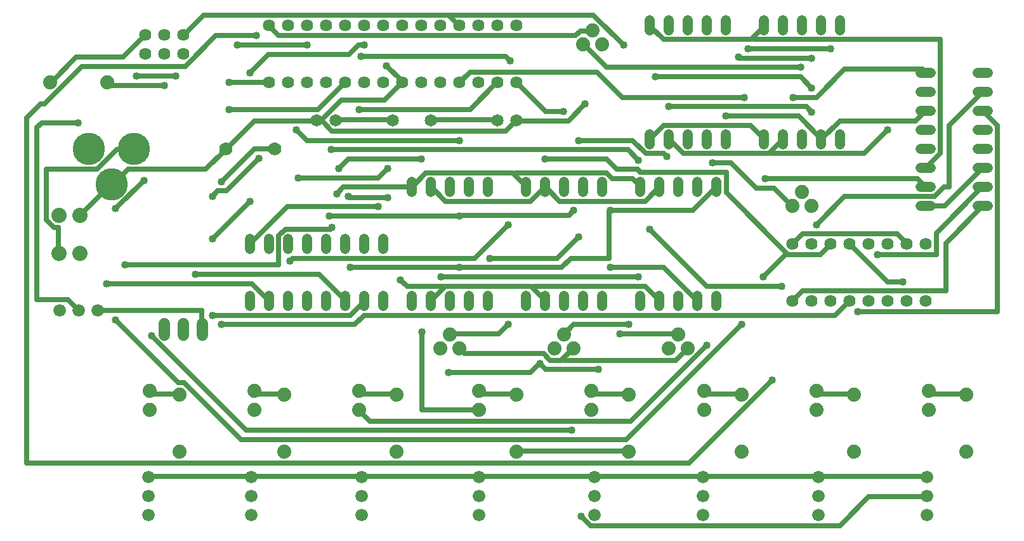
<source format=gbl>
G75*
%MOIN*%
%OFA0B0*%
%FSLAX25Y25*%
%IPPOS*%
%LPD*%
%AMOC8*
5,1,8,0,0,1.08239X$1,22.5*
%
%ADD10C,0.05200*%
%ADD11C,0.17000*%
%ADD12C,0.07400*%
%ADD13C,0.06000*%
%ADD14C,0.06400*%
%ADD15C,0.08000*%
%ADD16C,0.06500*%
%ADD17C,0.06600*%
%ADD18C,0.07000*%
%ADD19C,0.02500*%
%ADD20C,0.04000*%
D10*
X0123791Y0129150D02*
X0123791Y0134350D01*
X0133791Y0134350D02*
X0133791Y0129150D01*
X0143791Y0129150D02*
X0143791Y0134350D01*
X0153791Y0134350D02*
X0153791Y0129150D01*
X0163791Y0129150D02*
X0163791Y0134350D01*
X0173791Y0134350D02*
X0173791Y0129150D01*
X0183791Y0129150D02*
X0183791Y0134350D01*
X0193791Y0134350D02*
X0193791Y0129150D01*
X0208791Y0129150D02*
X0208791Y0134350D01*
X0218791Y0134350D02*
X0218791Y0129150D01*
X0228791Y0129150D02*
X0228791Y0134350D01*
X0238791Y0134350D02*
X0238791Y0129150D01*
X0248791Y0129150D02*
X0248791Y0134350D01*
X0268791Y0134350D02*
X0268791Y0129150D01*
X0278791Y0129150D02*
X0278791Y0134350D01*
X0288791Y0134350D02*
X0288791Y0129150D01*
X0298791Y0129150D02*
X0298791Y0134350D01*
X0308791Y0134350D02*
X0308791Y0129150D01*
X0328791Y0129150D02*
X0328791Y0134350D01*
X0338791Y0134350D02*
X0338791Y0129150D01*
X0348791Y0129150D02*
X0348791Y0134350D01*
X0358791Y0134350D02*
X0358791Y0129150D01*
X0368791Y0129150D02*
X0368791Y0134350D01*
X0368791Y0189150D02*
X0368791Y0194350D01*
X0358791Y0194350D02*
X0358791Y0189150D01*
X0348791Y0189150D02*
X0348791Y0194350D01*
X0338791Y0194350D02*
X0338791Y0189150D01*
X0328791Y0189150D02*
X0328791Y0194350D01*
X0308791Y0194350D02*
X0308791Y0189150D01*
X0298791Y0189150D02*
X0298791Y0194350D01*
X0288791Y0194350D02*
X0288791Y0189150D01*
X0278791Y0189150D02*
X0278791Y0194350D01*
X0268791Y0194350D02*
X0268791Y0189150D01*
X0248791Y0189150D02*
X0248791Y0194350D01*
X0238791Y0194350D02*
X0238791Y0189150D01*
X0228791Y0189150D02*
X0228791Y0194350D01*
X0218791Y0194350D02*
X0218791Y0189150D01*
X0208791Y0189150D02*
X0208791Y0194350D01*
X0193791Y0164350D02*
X0193791Y0159150D01*
X0183791Y0159150D02*
X0183791Y0164350D01*
X0173791Y0164350D02*
X0173791Y0159150D01*
X0163791Y0159150D02*
X0163791Y0164350D01*
X0153791Y0164350D02*
X0153791Y0159150D01*
X0143791Y0159150D02*
X0143791Y0164350D01*
X0133791Y0164350D02*
X0133791Y0159150D01*
X0123791Y0159150D02*
X0123791Y0164350D01*
X0333791Y0214150D02*
X0333791Y0219350D01*
X0343791Y0219350D02*
X0343791Y0214150D01*
X0353791Y0214150D02*
X0353791Y0219350D01*
X0363791Y0219350D02*
X0363791Y0214150D01*
X0373791Y0214150D02*
X0373791Y0219350D01*
X0393791Y0219350D02*
X0393791Y0214150D01*
X0403791Y0214150D02*
X0403791Y0219350D01*
X0413791Y0219350D02*
X0413791Y0214150D01*
X0423791Y0214150D02*
X0423791Y0219350D01*
X0433791Y0219350D02*
X0433791Y0214150D01*
X0476191Y0211750D02*
X0481391Y0211750D01*
X0481391Y0221750D02*
X0476191Y0221750D01*
X0476191Y0231750D02*
X0481391Y0231750D01*
X0481391Y0241750D02*
X0476191Y0241750D01*
X0476191Y0251750D02*
X0481391Y0251750D01*
X0506191Y0251750D02*
X0511391Y0251750D01*
X0511391Y0241750D02*
X0506191Y0241750D01*
X0506191Y0231750D02*
X0511391Y0231750D01*
X0511391Y0221750D02*
X0506191Y0221750D01*
X0506191Y0211750D02*
X0511391Y0211750D01*
X0511391Y0201750D02*
X0506191Y0201750D01*
X0506191Y0191750D02*
X0511391Y0191750D01*
X0511391Y0181750D02*
X0506191Y0181750D01*
X0481391Y0181750D02*
X0476191Y0181750D01*
X0476191Y0191750D02*
X0481391Y0191750D01*
X0481391Y0201750D02*
X0476191Y0201750D01*
X0433791Y0274150D02*
X0433791Y0279350D01*
X0423791Y0279350D02*
X0423791Y0274150D01*
X0413791Y0274150D02*
X0413791Y0279350D01*
X0403791Y0279350D02*
X0403791Y0274150D01*
X0393791Y0274150D02*
X0393791Y0279350D01*
X0373791Y0279350D02*
X0373791Y0274150D01*
X0363791Y0274150D02*
X0363791Y0279350D01*
X0353791Y0279350D02*
X0353791Y0274150D01*
X0343791Y0274150D02*
X0343791Y0279350D01*
X0333791Y0279350D02*
X0333791Y0274150D01*
D11*
X0062728Y0211750D03*
X0039106Y0211750D03*
X0050917Y0193246D03*
D12*
X0048791Y0246750D03*
X0018791Y0246750D03*
X0228791Y0114250D03*
X0223791Y0106750D03*
X0233791Y0106750D03*
X0244145Y0084427D03*
X0244145Y0074427D03*
X0263830Y0082616D03*
X0303201Y0084427D03*
X0303201Y0074427D03*
X0322886Y0082616D03*
X0343791Y0106750D03*
X0353791Y0106750D03*
X0348791Y0114250D03*
X0362256Y0084427D03*
X0362256Y0074427D03*
X0381941Y0082616D03*
X0421311Y0084427D03*
X0421311Y0074427D03*
X0440996Y0082616D03*
X0480366Y0084427D03*
X0480366Y0074427D03*
X0500051Y0082616D03*
X0500051Y0052616D03*
X0440996Y0052616D03*
X0381941Y0052616D03*
X0322886Y0052616D03*
X0263830Y0052616D03*
X0200838Y0052616D03*
X0181153Y0074427D03*
X0181153Y0084427D03*
X0200838Y0082616D03*
X0141783Y0082616D03*
X0126035Y0084427D03*
X0126035Y0074427D03*
X0141783Y0052616D03*
X0086665Y0052616D03*
X0070917Y0074427D03*
X0086665Y0082616D03*
X0070917Y0084427D03*
X0283791Y0106750D03*
X0293791Y0106750D03*
X0288791Y0114250D03*
X0408791Y0181750D03*
X0418791Y0181750D03*
X0413791Y0189250D03*
X0308791Y0266750D03*
X0303791Y0274250D03*
X0298791Y0266750D03*
D13*
X0098791Y0119750D02*
X0098791Y0113750D01*
X0088791Y0113750D02*
X0088791Y0119750D01*
X0078791Y0119750D02*
X0078791Y0113750D01*
D14*
X0133791Y0246750D03*
X0143791Y0246750D03*
X0153791Y0246750D03*
X0163791Y0246750D03*
X0173791Y0246750D03*
X0183791Y0246750D03*
X0193791Y0246750D03*
X0203791Y0246750D03*
X0213791Y0246750D03*
X0223791Y0246750D03*
X0233791Y0246750D03*
X0243791Y0246750D03*
X0253791Y0246750D03*
X0263791Y0246750D03*
X0263791Y0276750D03*
X0253791Y0276750D03*
X0243791Y0276750D03*
X0233791Y0276750D03*
X0223791Y0276750D03*
X0213791Y0276750D03*
X0203791Y0276750D03*
X0193791Y0276750D03*
X0183791Y0276750D03*
X0173791Y0276750D03*
X0163791Y0276750D03*
X0153791Y0276750D03*
X0143791Y0276750D03*
X0133791Y0276750D03*
X0088791Y0271750D03*
X0078791Y0271750D03*
X0068791Y0271750D03*
X0068791Y0261750D03*
X0078791Y0261750D03*
X0088791Y0261750D03*
X0408791Y0161750D03*
X0418791Y0161750D03*
X0428791Y0161750D03*
X0438791Y0161750D03*
X0448791Y0161750D03*
X0458791Y0161750D03*
X0468791Y0161750D03*
X0478791Y0161750D03*
X0478791Y0131750D03*
X0468791Y0131750D03*
X0458791Y0131750D03*
X0448791Y0131750D03*
X0438791Y0131750D03*
X0428791Y0131750D03*
X0418791Y0131750D03*
X0408791Y0131750D03*
D15*
X0034291Y0156750D03*
X0023291Y0156750D03*
X0023291Y0176750D03*
X0034291Y0176750D03*
D16*
X0158791Y0226750D03*
X0168791Y0226750D03*
X0198791Y0226750D03*
X0218791Y0226750D03*
X0253791Y0226750D03*
X0263791Y0226750D03*
D17*
X0070484Y0019191D03*
X0070484Y0029191D03*
X0070484Y0039191D03*
X0124421Y0039191D03*
X0124421Y0029191D03*
X0124421Y0019191D03*
X0182295Y0019191D03*
X0182295Y0029191D03*
X0182295Y0039191D03*
X0244106Y0039191D03*
X0244106Y0029191D03*
X0244106Y0019191D03*
X0304854Y0019191D03*
X0304854Y0029191D03*
X0304854Y0039191D03*
X0361665Y0039191D03*
X0361665Y0029191D03*
X0361665Y0019191D03*
X0422413Y0019191D03*
X0422413Y0029191D03*
X0422413Y0039191D03*
X0479224Y0039191D03*
X0479224Y0029191D03*
X0479224Y0019191D03*
X0043791Y0126750D03*
X0033791Y0126750D03*
X0023791Y0126750D03*
D18*
X0110996Y0211750D03*
X0136586Y0211750D03*
D19*
X0136370Y0211809D01*
X0126035Y0211809D01*
X0108811Y0194585D01*
X0106842Y0189663D02*
X0111271Y0189663D01*
X0128496Y0206888D01*
X0111271Y0211809D02*
X0110996Y0211750D01*
X0110287Y0210825D01*
X0100445Y0200982D01*
X0059598Y0200982D01*
X0052216Y0193600D01*
X0050917Y0193246D01*
X0050740Y0193108D01*
X0034500Y0176868D01*
X0034291Y0176750D01*
X0023181Y0170470D02*
X0020720Y0170470D01*
X0016783Y0174407D01*
X0016783Y0200982D01*
X0043358Y0200982D01*
X0053693Y0211317D01*
X0062551Y0211317D01*
X0062728Y0211750D01*
X0033515Y0225589D02*
X0014323Y0225589D01*
X0011862Y0223128D01*
X0011862Y0132577D01*
X0028102Y0132577D01*
X0033515Y0127163D01*
X0033791Y0126750D01*
X0043791Y0126750D02*
X0043850Y0126671D01*
X0098476Y0126671D01*
X0098476Y0116829D01*
X0098791Y0116750D01*
X0103889Y0124211D02*
X0176232Y0124211D01*
X0183614Y0131593D01*
X0183791Y0131750D01*
X0173791Y0131750D02*
X0173771Y0132085D01*
X0159992Y0145864D01*
X0095031Y0145864D01*
X0124559Y0140943D02*
X0048279Y0140943D01*
X0058122Y0150785D02*
X0138830Y0150785D01*
X0138830Y0166041D01*
X0142275Y0169486D01*
X0165897Y0169486D01*
X0166882Y0170470D01*
X0165405Y0176376D02*
X0233811Y0176376D01*
X0234795Y0176868D01*
X0291389Y0176868D01*
X0293850Y0179329D01*
X0286468Y0184250D02*
X0331252Y0184250D01*
X0338634Y0191632D01*
X0338791Y0191750D01*
X0328791Y0191750D02*
X0328791Y0192124D01*
X0324854Y0196061D01*
X0314027Y0196061D01*
X0311075Y0199014D01*
X0263338Y0199014D01*
X0262600Y0198276D01*
X0268752Y0192124D01*
X0268791Y0191750D01*
X0271212Y0184250D02*
X0278102Y0191140D01*
X0278791Y0191750D01*
X0279086Y0191632D01*
X0286468Y0184250D01*
X0271212Y0184250D02*
X0226429Y0184250D01*
X0219047Y0191632D01*
X0218791Y0191750D01*
X0216094Y0199014D02*
X0209697Y0192616D01*
X0208791Y0191750D01*
X0208712Y0191632D01*
X0172787Y0191632D01*
X0169342Y0188187D01*
X0175248Y0186711D02*
X0175740Y0186219D01*
X0195917Y0186219D01*
X0190996Y0181297D02*
X0143260Y0181297D01*
X0124067Y0162104D01*
X0123791Y0161750D01*
X0103889Y0164565D02*
X0123575Y0184250D01*
X0106842Y0189663D02*
X0103889Y0186711D01*
X0067964Y0195077D02*
X0053201Y0180313D01*
X0023181Y0170470D02*
X0023181Y0157183D01*
X0023291Y0156750D01*
X0053201Y0121750D02*
X0086173Y0088778D01*
X0089126Y0088778D01*
X0119145Y0058758D01*
X0321409Y0058758D01*
X0381941Y0119289D01*
X0363732Y0108463D02*
X0323870Y0068600D01*
X0186567Y0068600D01*
X0181153Y0074014D01*
X0181153Y0074427D01*
X0182630Y0082872D02*
X0200838Y0082872D01*
X0200838Y0082616D01*
X0214126Y0074506D02*
X0244145Y0074506D01*
X0244145Y0074427D01*
X0245622Y0082872D02*
X0263830Y0082872D01*
X0263830Y0082616D01*
X0271212Y0094191D02*
X0275149Y0098128D01*
X0276134Y0098620D01*
X0279086Y0095667D01*
X0306645Y0095667D01*
X0293791Y0106750D02*
X0293358Y0106494D01*
X0288191Y0101327D01*
X0288929Y0100589D01*
X0347492Y0100589D01*
X0353397Y0106494D01*
X0353791Y0106750D01*
X0348791Y0114250D02*
X0348476Y0114368D01*
X0317964Y0114368D01*
X0322886Y0119289D02*
X0293850Y0119289D01*
X0288929Y0114368D01*
X0288791Y0114250D01*
X0278102Y0104033D02*
X0281547Y0100589D01*
X0287452Y0100589D01*
X0288191Y0101327D01*
X0278102Y0104033D02*
X0236271Y0104033D01*
X0233811Y0106494D01*
X0233791Y0106750D01*
X0228791Y0114250D02*
X0228889Y0114368D01*
X0254480Y0114368D01*
X0259401Y0119289D01*
X0278791Y0131750D02*
X0278594Y0132085D01*
X0271951Y0138728D01*
X0272689Y0139467D01*
X0331252Y0139467D01*
X0338634Y0132085D01*
X0338791Y0131750D01*
X0327807Y0144388D02*
X0223968Y0144388D01*
X0224952Y0139467D02*
X0225691Y0138728D01*
X0219047Y0132085D01*
X0218791Y0131750D01*
X0225691Y0138728D02*
X0226429Y0139467D01*
X0271212Y0139467D01*
X0271951Y0138728D01*
X0287452Y0149309D02*
X0233811Y0149309D01*
X0176232Y0149309D01*
X0202807Y0142911D02*
X0206252Y0139467D01*
X0224952Y0139467D01*
X0241685Y0154230D02*
X0259401Y0171947D01*
X0249559Y0154230D02*
X0284992Y0154230D01*
X0296311Y0165549D01*
X0292374Y0154230D02*
X0287452Y0149309D01*
X0292374Y0154230D02*
X0312551Y0154230D01*
X0312551Y0178344D01*
X0313043Y0179329D01*
X0356350Y0179329D01*
X0368653Y0191632D01*
X0368791Y0191750D01*
X0374067Y0188679D02*
X0374067Y0199506D01*
X0328791Y0199506D01*
X0327315Y0200982D01*
X0316488Y0200982D01*
X0311075Y0206396D01*
X0278594Y0206396D01*
X0262600Y0198276D02*
X0261862Y0199014D01*
X0216094Y0199014D01*
X0213634Y0206396D02*
X0175248Y0206396D01*
X0170327Y0201474D01*
X0166389Y0211317D02*
X0322393Y0211317D01*
X0327807Y0205904D01*
X0331744Y0209348D02*
X0324854Y0216238D01*
X0296311Y0216238D01*
X0290897Y0226573D02*
X0264815Y0226573D01*
X0263791Y0226750D01*
X0263338Y0226573D01*
X0257925Y0221159D01*
X0166882Y0221159D01*
X0161960Y0226081D01*
X0158791Y0226750D01*
X0157531Y0226573D01*
X0126035Y0226573D01*
X0111271Y0211809D01*
X0112748Y0232478D02*
X0159500Y0232478D01*
X0173771Y0246750D01*
X0173791Y0246750D01*
X0171803Y0237400D02*
X0161468Y0227065D01*
X0159008Y0227065D01*
X0158791Y0226750D01*
X0168791Y0226750D02*
X0168850Y0227065D01*
X0198378Y0227065D01*
X0198791Y0226750D01*
X0194441Y0237400D02*
X0171803Y0237400D01*
X0181153Y0232478D02*
X0239224Y0232478D01*
X0253496Y0246750D01*
X0253791Y0246750D01*
X0263791Y0246750D02*
X0263830Y0246750D01*
X0279086Y0231494D01*
X0288437Y0231494D01*
X0290897Y0226573D02*
X0299756Y0235431D01*
X0306153Y0252163D02*
X0319441Y0238876D01*
X0383417Y0238876D01*
X0373575Y0229033D02*
X0411960Y0229033D01*
X0423771Y0217222D01*
X0423791Y0216750D01*
X0433614Y0226573D01*
X0473476Y0226573D01*
X0478397Y0231494D01*
X0478791Y0231750D01*
X0491193Y0224112D02*
X0491193Y0191632D01*
X0488240Y0191632D01*
X0483319Y0186711D01*
X0436075Y0186711D01*
X0421311Y0171947D01*
X0413929Y0167026D02*
X0463634Y0167026D01*
X0468555Y0162104D01*
X0468791Y0161750D01*
X0453299Y0156199D02*
X0484303Y0156199D01*
X0484303Y0167518D01*
X0508417Y0191632D01*
X0508791Y0191750D01*
X0508417Y0201474D02*
X0508791Y0201750D01*
X0508417Y0201474D02*
X0488732Y0181789D01*
X0478889Y0181789D01*
X0478791Y0181750D01*
X0478791Y0191750D02*
X0478397Y0192124D01*
X0474460Y0196061D01*
X0394244Y0196061D01*
X0389815Y0191140D02*
X0376527Y0204427D01*
X0366685Y0204427D01*
X0351429Y0209348D02*
X0396212Y0209348D01*
X0396951Y0210087D01*
X0397689Y0209348D01*
X0446409Y0209348D01*
X0458712Y0221652D01*
X0478889Y0201967D02*
X0486271Y0209348D01*
X0486271Y0269388D01*
X0388338Y0269388D01*
X0387600Y0270126D01*
X0386862Y0269388D01*
X0341094Y0269388D01*
X0334204Y0276278D01*
X0333791Y0276750D01*
X0319933Y0266435D02*
X0304185Y0282183D01*
X0229382Y0282183D01*
X0228643Y0281445D01*
X0227905Y0282183D01*
X0099460Y0282183D01*
X0089126Y0271848D01*
X0088791Y0271750D01*
X0068791Y0271750D02*
X0068456Y0271356D01*
X0057138Y0260037D01*
X0032531Y0260037D01*
X0019244Y0246750D01*
X0018791Y0246750D01*
X0015799Y0235431D02*
X0035484Y0255116D01*
X0089618Y0255116D01*
X0105858Y0271356D01*
X0127019Y0271356D01*
X0133909Y0276278D02*
X0133791Y0276750D01*
X0133909Y0276278D02*
X0138830Y0271356D01*
X0294834Y0271356D01*
X0297295Y0273817D01*
X0303693Y0273817D01*
X0303791Y0274250D01*
X0298791Y0266750D02*
X0299264Y0266435D01*
X0311075Y0254624D01*
X0412945Y0254624D01*
X0412945Y0249703D02*
X0336665Y0249703D01*
X0343555Y0233955D02*
X0415897Y0233955D01*
X0418850Y0231002D01*
X0421311Y0238876D02*
X0409008Y0238876D01*
X0418850Y0243797D02*
X0412945Y0249703D01*
X0418850Y0259545D02*
X0380956Y0259545D01*
X0380464Y0260037D01*
X0385386Y0264467D02*
X0428693Y0264467D01*
X0436075Y0253640D02*
X0421311Y0238876D01*
X0436075Y0253640D02*
X0476921Y0253640D01*
X0478397Y0252163D01*
X0478791Y0251750D01*
X0491193Y0224112D02*
X0508417Y0241337D01*
X0508791Y0241750D01*
X0508791Y0231750D02*
X0508909Y0231494D01*
X0516291Y0224112D01*
X0516291Y0126179D01*
X0442964Y0126179D01*
X0438791Y0131750D02*
X0438535Y0131593D01*
X0431153Y0124211D01*
X0183614Y0124211D01*
X0178693Y0119289D01*
X0108811Y0119289D01*
X0124559Y0140943D02*
X0133417Y0132085D01*
X0133791Y0131750D01*
X0144736Y0152754D02*
X0146212Y0154230D01*
X0241685Y0154230D01*
X0313043Y0149309D02*
X0341094Y0149309D01*
X0358319Y0132085D01*
X0358791Y0131750D01*
X0363732Y0139467D02*
X0403102Y0139467D01*
X0409008Y0132085D02*
X0413929Y0137006D01*
X0489224Y0137006D01*
X0489224Y0162104D01*
X0508417Y0181297D01*
X0508791Y0181750D01*
X0478791Y0201750D02*
X0478889Y0201967D01*
X0413929Y0167026D02*
X0409008Y0162104D01*
X0408791Y0161750D01*
X0405809Y0156937D02*
X0393260Y0144388D01*
X0405809Y0156937D02*
X0406547Y0156199D01*
X0423279Y0156199D01*
X0428693Y0161612D01*
X0428791Y0161750D01*
X0438791Y0161750D02*
X0439027Y0161612D01*
X0458712Y0141927D01*
X0466586Y0141927D01*
X0409008Y0132085D02*
X0408791Y0131750D01*
X0405809Y0156937D02*
X0374067Y0188679D01*
X0389815Y0191140D02*
X0399165Y0191140D01*
X0408515Y0181789D01*
X0408791Y0181750D01*
X0396951Y0210087D02*
X0403594Y0216730D01*
X0403791Y0216750D01*
X0393791Y0216750D02*
X0393752Y0217222D01*
X0386862Y0224112D01*
X0341094Y0224112D01*
X0334204Y0217222D01*
X0333791Y0216750D01*
X0331744Y0209348D02*
X0341094Y0209348D01*
X0342571Y0207872D01*
X0351429Y0209348D02*
X0344047Y0216730D01*
X0343791Y0216750D01*
X0306153Y0252163D02*
X0239224Y0252163D01*
X0233811Y0246750D01*
X0233791Y0246750D01*
X0257925Y0260530D02*
X0182138Y0260530D01*
X0180661Y0266435D02*
X0175740Y0261514D01*
X0133417Y0261514D01*
X0123575Y0251671D01*
X0133791Y0246750D02*
X0112748Y0246750D01*
X0084697Y0250195D02*
X0064027Y0250195D01*
X0050740Y0245274D02*
X0049264Y0246750D01*
X0048791Y0246750D01*
X0050740Y0245274D02*
X0078791Y0245274D01*
X0117177Y0266435D02*
X0153594Y0266435D01*
X0180661Y0266435D02*
X0183614Y0266435D01*
X0195425Y0255608D02*
X0203299Y0247734D01*
X0203791Y0246750D01*
X0194441Y0237400D01*
X0218791Y0226750D02*
X0219047Y0227065D01*
X0253496Y0227065D01*
X0253791Y0226750D01*
X0233811Y0216238D02*
X0153594Y0216238D01*
X0148181Y0221652D01*
X0149165Y0196553D02*
X0190996Y0196553D01*
X0195917Y0201474D01*
X0257925Y0260530D02*
X0260386Y0258069D01*
X0233791Y0276750D02*
X0233319Y0276770D01*
X0228643Y0281445D01*
X0387600Y0270126D02*
X0393752Y0276278D01*
X0393791Y0276750D01*
X0333712Y0169486D02*
X0363732Y0139467D01*
X0398181Y0090254D02*
X0354382Y0046455D01*
X0006449Y0046455D01*
X0006449Y0228049D01*
X0013830Y0235431D01*
X0015799Y0235431D01*
X0071901Y0113384D02*
X0121606Y0063679D01*
X0292866Y0063679D01*
X0263830Y0052852D02*
X0322886Y0052852D01*
X0322886Y0052616D01*
X0305661Y0039565D02*
X0304854Y0039191D01*
X0304677Y0039565D01*
X0244145Y0039565D01*
X0244106Y0039191D01*
X0243161Y0039565D01*
X0183122Y0039565D01*
X0182295Y0039191D01*
X0182138Y0039565D01*
X0125543Y0039565D01*
X0124421Y0039191D01*
X0124067Y0039565D01*
X0070917Y0039565D01*
X0070484Y0039191D01*
X0072393Y0082872D02*
X0086665Y0082872D01*
X0086665Y0082616D01*
X0072393Y0082872D02*
X0070917Y0084348D01*
X0070917Y0084427D01*
X0126035Y0084348D02*
X0126035Y0084427D01*
X0126035Y0084348D02*
X0127512Y0082872D01*
X0141783Y0082872D01*
X0141783Y0082616D01*
X0181153Y0084348D02*
X0182630Y0082872D01*
X0181153Y0084348D02*
X0181153Y0084427D01*
X0214126Y0074506D02*
X0214126Y0115352D01*
X0227905Y0094191D02*
X0271212Y0094191D01*
X0245622Y0082872D02*
X0244145Y0084348D01*
X0244145Y0084427D01*
X0263830Y0052852D02*
X0263830Y0052616D01*
X0305661Y0039565D02*
X0361271Y0039565D01*
X0361665Y0039191D01*
X0362748Y0039565D01*
X0421311Y0039565D01*
X0422413Y0039191D01*
X0422787Y0039565D01*
X0478889Y0039565D01*
X0479224Y0039191D01*
X0479224Y0029191D02*
X0478889Y0028738D01*
X0448870Y0028738D01*
X0433614Y0013482D01*
X0302708Y0013482D01*
X0297787Y0018404D01*
X0304677Y0082872D02*
X0322886Y0082872D01*
X0322886Y0082616D01*
X0304677Y0082872D02*
X0303201Y0084348D01*
X0303201Y0084427D01*
X0362256Y0084348D02*
X0362256Y0084427D01*
X0362256Y0084348D02*
X0363732Y0082872D01*
X0381941Y0082872D01*
X0381941Y0082616D01*
X0421311Y0084348D02*
X0422787Y0082872D01*
X0440996Y0082872D01*
X0440996Y0082616D01*
X0421311Y0084348D02*
X0421311Y0084427D01*
X0480366Y0084348D02*
X0480366Y0084427D01*
X0480366Y0084348D02*
X0481842Y0082872D01*
X0500051Y0082872D01*
X0500051Y0082616D01*
D20*
X0442964Y0126179D03*
X0466586Y0141927D03*
X0453299Y0156199D03*
X0421311Y0171947D03*
X0394244Y0196061D03*
X0366685Y0204427D03*
X0342571Y0207872D03*
X0327807Y0205904D03*
X0296311Y0216238D03*
X0278594Y0206396D03*
X0288437Y0231494D03*
X0299756Y0235431D03*
X0336665Y0249703D03*
X0319933Y0266435D03*
X0343555Y0233955D03*
X0373575Y0229033D03*
X0383417Y0238876D03*
X0409008Y0238876D03*
X0418850Y0243797D03*
X0412945Y0254624D03*
X0418850Y0259545D03*
X0428693Y0264467D03*
X0385386Y0264467D03*
X0380464Y0260037D03*
X0418850Y0231002D03*
X0458712Y0221652D03*
X0333712Y0169486D03*
X0313043Y0179329D03*
X0293850Y0179329D03*
X0296311Y0165549D03*
X0313043Y0149309D03*
X0327807Y0144388D03*
X0322886Y0119289D03*
X0317964Y0114368D03*
X0306645Y0095667D03*
X0276134Y0098620D03*
X0259401Y0119289D03*
X0223968Y0144388D03*
X0233811Y0149309D03*
X0249559Y0154230D03*
X0259401Y0171947D03*
X0233811Y0176376D03*
X0195917Y0186219D03*
X0190996Y0181297D03*
X0175248Y0186711D03*
X0169342Y0188187D03*
X0165405Y0176376D03*
X0166882Y0170470D03*
X0144736Y0152754D03*
X0176232Y0149309D03*
X0202807Y0142911D03*
X0214126Y0115352D03*
X0227905Y0094191D03*
X0292866Y0063679D03*
X0297787Y0018404D03*
X0398181Y0090254D03*
X0363732Y0108463D03*
X0381941Y0119289D03*
X0403102Y0139467D03*
X0393260Y0144388D03*
X0233811Y0216238D03*
X0213634Y0206396D03*
X0195917Y0201474D03*
X0170327Y0201474D03*
X0166389Y0211317D03*
X0148181Y0221652D03*
X0128496Y0206888D03*
X0149165Y0196553D03*
X0123575Y0184250D03*
X0108811Y0194585D03*
X0103889Y0186711D03*
X0067964Y0195077D03*
X0053201Y0180313D03*
X0103889Y0164565D03*
X0095031Y0145864D03*
X0058122Y0150785D03*
X0048279Y0140943D03*
X0053201Y0121750D03*
X0071901Y0113384D03*
X0103889Y0124211D03*
X0108811Y0119289D03*
X0033515Y0225589D03*
X0064027Y0250195D03*
X0078791Y0245274D03*
X0084697Y0250195D03*
X0112748Y0246750D03*
X0123575Y0251671D03*
X0117177Y0266435D03*
X0127019Y0271356D03*
X0153594Y0266435D03*
X0182138Y0260530D03*
X0183614Y0266435D03*
X0195425Y0255608D03*
X0181153Y0232478D03*
X0112748Y0232478D03*
X0260386Y0258069D03*
M02*

</source>
